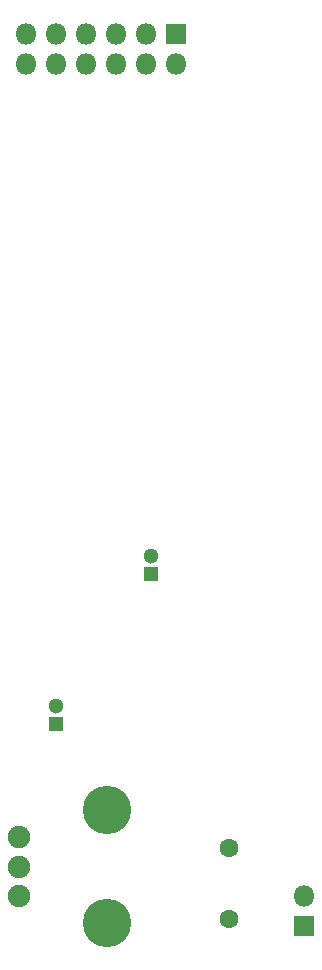
<source format=gbr>
%TF.GenerationSoftware,KiCad,Pcbnew,(5.1.5)-3*%
%TF.CreationDate,2020-11-01T10:25:43+01:00*%
%TF.ProjectId,PmodADC,506d6f64-4144-4432-9e6b-696361645f70,v0.2*%
%TF.SameCoordinates,Original*%
%TF.FileFunction,Soldermask,Bot*%
%TF.FilePolarity,Negative*%
%FSLAX46Y46*%
G04 Gerber Fmt 4.6, Leading zero omitted, Abs format (unit mm)*
G04 Created by KiCad (PCBNEW (5.1.5)-3) date 2020-11-01 10:25:43*
%MOMM*%
%LPD*%
G04 APERTURE LIST*
%ADD10C,4.100000*%
%ADD11C,1.900000*%
%ADD12C,1.600000*%
%ADD13O,1.800000X1.800000*%
%ADD14R,1.800000X1.800000*%
%ADD15C,1.300000*%
%ADD16R,1.300000X1.300000*%
G04 APERTURE END LIST*
D10*
%TO.C,R40*%
X-125850000Y-96865000D03*
X-125850000Y-87365000D03*
D11*
X-133350000Y-94615000D03*
X-133350000Y-92115000D03*
X-133350000Y-89615000D03*
%TD*%
D12*
%TO.C,J4*%
X-115570000Y-90520000D03*
X-115570000Y-96520000D03*
%TD*%
D13*
%TO.C,J3*%
X-132715000Y-24130000D03*
X-132715000Y-21590000D03*
X-130175000Y-24130000D03*
X-130175000Y-21590000D03*
X-127635000Y-24130000D03*
X-127635000Y-21590000D03*
X-125095000Y-24130000D03*
X-125095000Y-21590000D03*
X-122555000Y-24130000D03*
X-122555000Y-21590000D03*
X-120015000Y-24130000D03*
D14*
X-120015000Y-21590000D03*
%TD*%
D13*
%TO.C,J1*%
X-109220000Y-94615000D03*
D14*
X-109220000Y-97155000D03*
%TD*%
D15*
%TO.C,C26*%
X-122174000Y-65810000D03*
D16*
X-122174000Y-67310000D03*
%TD*%
%TO.C,C16*%
X-130175000Y-80010000D03*
D15*
X-130175000Y-78510000D03*
%TD*%
M02*

</source>
